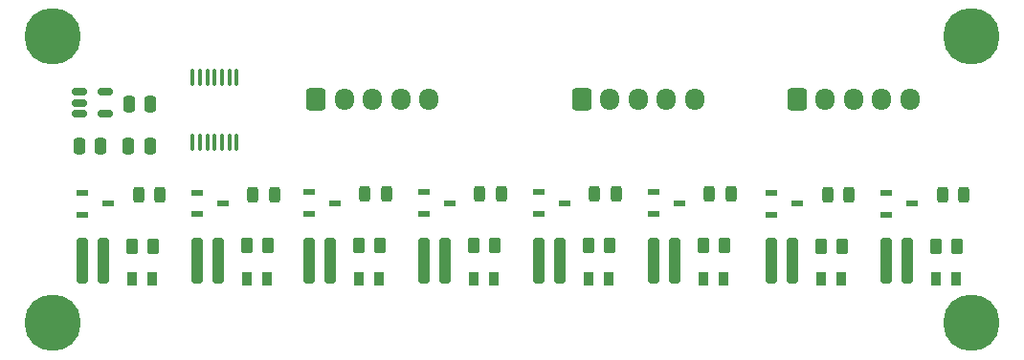
<source format=gbr>
%TF.GenerationSoftware,KiCad,Pcbnew,8.0.6*%
%TF.CreationDate,2024-10-28T20:27:18+01:00*%
%TF.ProjectId,ATtiny3,41547469-6e79-4332-9b2e-6b696361645f,rev?*%
%TF.SameCoordinates,Original*%
%TF.FileFunction,Copper,L1,Top*%
%TF.FilePolarity,Positive*%
%FSLAX46Y46*%
G04 Gerber Fmt 4.6, Leading zero omitted, Abs format (unit mm)*
G04 Created by KiCad (PCBNEW 8.0.6) date 2024-10-28 20:27:18*
%MOMM*%
%LPD*%
G01*
G04 APERTURE LIST*
G04 Aperture macros list*
%AMRoundRect*
0 Rectangle with rounded corners*
0 $1 Rounding radius*
0 $2 $3 $4 $5 $6 $7 $8 $9 X,Y pos of 4 corners*
0 Add a 4 corners polygon primitive as box body*
4,1,4,$2,$3,$4,$5,$6,$7,$8,$9,$2,$3,0*
0 Add four circle primitives for the rounded corners*
1,1,$1+$1,$2,$3*
1,1,$1+$1,$4,$5*
1,1,$1+$1,$6,$7*
1,1,$1+$1,$8,$9*
0 Add four rect primitives between the rounded corners*
20,1,$1+$1,$2,$3,$4,$5,0*
20,1,$1+$1,$4,$5,$6,$7,0*
20,1,$1+$1,$6,$7,$8,$9,0*
20,1,$1+$1,$8,$9,$2,$3,0*%
G04 Aperture macros list end*
%TA.AperFunction,SMDPad,CuDef*%
%ADD10RoundRect,0.150000X-0.512500X-0.150000X0.512500X-0.150000X0.512500X0.150000X-0.512500X0.150000X0*%
%TD*%
%TA.AperFunction,SMDPad,CuDef*%
%ADD11RoundRect,0.100000X0.100000X-0.637500X0.100000X0.637500X-0.100000X0.637500X-0.100000X-0.637500X0*%
%TD*%
%TA.AperFunction,SMDPad,CuDef*%
%ADD12RoundRect,0.250000X-0.262500X-0.450000X0.262500X-0.450000X0.262500X0.450000X-0.262500X0.450000X0*%
%TD*%
%TA.AperFunction,SMDPad,CuDef*%
%ADD13RoundRect,0.250000X-0.262500X-1.775000X0.262500X-1.775000X0.262500X1.775000X-0.262500X1.775000X0*%
%TD*%
%TA.AperFunction,SMDPad,CuDef*%
%ADD14R,1.050000X0.600000*%
%TD*%
%TA.AperFunction,SMDPad,CuDef*%
%ADD15R,0.889000X1.270000*%
%TD*%
%TA.AperFunction,ComponentPad*%
%ADD16RoundRect,0.250000X-0.600000X-0.725000X0.600000X-0.725000X0.600000X0.725000X-0.600000X0.725000X0*%
%TD*%
%TA.AperFunction,ComponentPad*%
%ADD17O,1.700000X1.950000*%
%TD*%
%TA.AperFunction,SMDPad,CuDef*%
%ADD18RoundRect,0.243750X-0.243750X-0.456250X0.243750X-0.456250X0.243750X0.456250X-0.243750X0.456250X0*%
%TD*%
%TA.AperFunction,SMDPad,CuDef*%
%ADD19RoundRect,0.250000X-0.250000X-0.475000X0.250000X-0.475000X0.250000X0.475000X-0.250000X0.475000X0*%
%TD*%
%TA.AperFunction,ViaPad*%
%ADD20C,5.000000*%
%TD*%
G04 APERTURE END LIST*
D10*
%TO.P,U2,1,VIN*%
%TO.N,+5V*%
X20177900Y-25230000D03*
%TO.P,U2,2,GND*%
%TO.N,GND*%
X20177900Y-26180000D03*
%TO.P,U2,3,EN*%
%TO.N,+5V*%
X20177900Y-27130000D03*
%TO.P,U2,4,NC*%
%TO.N,unconnected-(U2-NC-Pad4)*%
X22452900Y-27130000D03*
%TO.P,U2,5,VOUT*%
%TO.N,+3.3V*%
X22452900Y-25230000D03*
%TD*%
D11*
%TO.P,U1,1,VCC*%
%TO.N,+3.3V*%
X30160400Y-29677500D03*
%TO.P,U1,2,PA4*%
%TO.N,/Mosfet Driver 4/_IN*%
X30810400Y-29677500D03*
%TO.P,U1,3,PA5*%
%TO.N,/Mosfet Driver 5/_IN*%
X31460400Y-29677500D03*
%TO.P,U1,4,PA6*%
%TO.N,/Mosfet Driver 6/_IN*%
X32110400Y-29677500D03*
%TO.P,U1,5,PA7*%
%TO.N,/Mosfet Driver 7/_IN*%
X32760400Y-29677500D03*
%TO.P,U1,6,PB3*%
%TO.N,unconnected-(U1-PB3-Pad6)*%
X33410400Y-29677500D03*
%TO.P,U1,7,PB2*%
%TO.N,unconnected-(U1-PB2-Pad7)*%
X34060400Y-29677500D03*
%TO.P,U1,8,PB1*%
%TO.N,unconnected-(U1-PB1-Pad8)*%
X34060400Y-23952500D03*
%TO.P,U1,9,PB0*%
%TO.N,/Mosfet Driver 8/_IN*%
X33410400Y-23952500D03*
%TO.P,U1,10,~{RESET}/PA0*%
%TO.N,UPDI*%
X32760400Y-23952500D03*
%TO.P,U1,11,PA1*%
%TO.N,/Mosfet Driver 1/_IN*%
X32110400Y-23952500D03*
%TO.P,U1,12,PA2*%
%TO.N,/Mosfet Driver 2/_IN*%
X31460400Y-23952500D03*
%TO.P,U1,13,PA3*%
%TO.N,/Mosfet Driver 3/_IN*%
X30810400Y-23952500D03*
%TO.P,U1,14,GND*%
%TO.N,GND*%
X30160400Y-23952500D03*
%TD*%
D12*
%TO.P,RLED8,1,1*%
%TO.N,Net-(LED8--)*%
X95967900Y-38880000D03*
%TO.P,RLED8,2,2*%
%TO.N,GND*%
X97792900Y-38880000D03*
%TD*%
%TO.P,RLED7,1,1*%
%TO.N,Net-(LED7--)*%
X85807900Y-38880000D03*
%TO.P,RLED7,2,2*%
%TO.N,GND*%
X87632900Y-38880000D03*
%TD*%
%TO.P,RLED6,1,1*%
%TO.N,Net-(LED6--)*%
X75382500Y-38815000D03*
%TO.P,RLED6,2,2*%
%TO.N,GND*%
X77207500Y-38815000D03*
%TD*%
%TO.P,RLED5,1,1*%
%TO.N,Net-(LED5--)*%
X65222500Y-38815000D03*
%TO.P,RLED5,2,2*%
%TO.N,GND*%
X67047500Y-38815000D03*
%TD*%
%TO.P,RLED4,1,1*%
%TO.N,Net-(LED4--)*%
X55062500Y-38815000D03*
%TO.P,RLED4,2,2*%
%TO.N,GND*%
X56887500Y-38815000D03*
%TD*%
%TO.P,RLED3,1,1*%
%TO.N,Net-(LED3--)*%
X44902500Y-38815000D03*
%TO.P,RLED3,2,2*%
%TO.N,GND*%
X46727500Y-38815000D03*
%TD*%
%TO.P,RLED2,1,1*%
%TO.N,Net-(LED2--)*%
X34992900Y-38820000D03*
%TO.P,RLED2,2,2*%
%TO.N,GND*%
X36817900Y-38820000D03*
%TD*%
%TO.P,RLED1,1,1*%
%TO.N,Net-(LED1--)*%
X24847900Y-38880000D03*
%TO.P,RLED1,2,2*%
%TO.N,GND*%
X26672900Y-38880000D03*
%TD*%
D13*
%TO.P,R8,1,1*%
%TO.N,/Mosfet Driver 8/_IN*%
X91512900Y-40210000D03*
%TO.P,R8,2,2*%
%TO.N,GND*%
X93387900Y-40210000D03*
%TD*%
%TO.P,R7,1,1*%
%TO.N,/Mosfet Driver 7/_IN*%
X81352900Y-40210000D03*
%TO.P,R7,2,2*%
%TO.N,GND*%
X83227900Y-40210000D03*
%TD*%
%TO.P,R6,1,1*%
%TO.N,/Mosfet Driver 6/_IN*%
X70927500Y-40145000D03*
%TO.P,R6,2,2*%
%TO.N,GND*%
X72802500Y-40145000D03*
%TD*%
%TO.P,R5,1,1*%
%TO.N,/Mosfet Driver 5/_IN*%
X60767500Y-40145000D03*
%TO.P,R5,2,2*%
%TO.N,GND*%
X62642500Y-40145000D03*
%TD*%
%TO.P,R4,1,1*%
%TO.N,/Mosfet Driver 4/_IN*%
X50607500Y-40145000D03*
%TO.P,R4,2,2*%
%TO.N,GND*%
X52482500Y-40145000D03*
%TD*%
%TO.P,R3,1,1*%
%TO.N,/Mosfet Driver 3/_IN*%
X40447500Y-40145000D03*
%TO.P,R3,2,2*%
%TO.N,GND*%
X42322500Y-40145000D03*
%TD*%
%TO.P,R2,1,1*%
%TO.N,/Mosfet Driver 1/_IN*%
X30537900Y-40150000D03*
%TO.P,R2,2,2*%
%TO.N,GND*%
X32412900Y-40150000D03*
%TD*%
%TO.P,R1,1,1*%
%TO.N,/Mosfet Driver 2/_IN*%
X20392900Y-40210000D03*
%TO.P,R1,2,2*%
%TO.N,GND*%
X22267900Y-40210000D03*
%TD*%
D14*
%TO.P,Q8,1,G*%
%TO.N,/Mosfet Driver 8/_IN*%
X91550800Y-34185000D03*
%TO.P,Q8,2,S*%
%TO.N,GND*%
X91550800Y-36085000D03*
%TO.P,Q8,3,D*%
%TO.N,/Mosfet Driver 8/_OUT*%
X93850800Y-35135000D03*
%TD*%
%TO.P,Q7,1,G*%
%TO.N,/Mosfet Driver 7/_IN*%
X81390800Y-34185000D03*
%TO.P,Q7,2,S*%
%TO.N,GND*%
X81390800Y-36085000D03*
%TO.P,Q7,3,D*%
%TO.N,/Mosfet Driver 7/_OUT*%
X83690800Y-35135000D03*
%TD*%
%TO.P,Q6,1,G*%
%TO.N,/Mosfet Driver 6/_IN*%
X70965400Y-34120000D03*
%TO.P,Q6,2,S*%
%TO.N,GND*%
X70965400Y-36020000D03*
%TO.P,Q6,3,D*%
%TO.N,/Mosfet Driver 6/_OUT*%
X73265400Y-35070000D03*
%TD*%
%TO.P,Q5,1,G*%
%TO.N,/Mosfet Driver 5/_IN*%
X60805400Y-34120000D03*
%TO.P,Q5,2,S*%
%TO.N,GND*%
X60805400Y-36020000D03*
%TO.P,Q5,3,D*%
%TO.N,/Mosfet Driver 5/_OUT*%
X63105400Y-35070000D03*
%TD*%
%TO.P,Q4,1,G*%
%TO.N,/Mosfet Driver 4/_IN*%
X50645400Y-34120000D03*
%TO.P,Q4,2,S*%
%TO.N,GND*%
X50645400Y-36020000D03*
%TO.P,Q4,3,D*%
%TO.N,/Mosfet Driver 4/_OUT*%
X52945400Y-35070000D03*
%TD*%
%TO.P,Q3,1,G*%
%TO.N,/Mosfet Driver 3/_IN*%
X40485400Y-34120000D03*
%TO.P,Q3,2,S*%
%TO.N,GND*%
X40485400Y-36020000D03*
%TO.P,Q3,3,D*%
%TO.N,/Mosfet Driver 3/_OUT*%
X42785400Y-35070000D03*
%TD*%
%TO.P,Q2,1,G*%
%TO.N,/Mosfet Driver 1/_IN*%
X30575800Y-34125000D03*
%TO.P,Q2,2,S*%
%TO.N,GND*%
X30575800Y-36025000D03*
%TO.P,Q2,3,D*%
%TO.N,/Mosfet Driver 1/_OUT*%
X32875800Y-35075000D03*
%TD*%
%TO.P,Q1,1,G*%
%TO.N,/Mosfet Driver 2/_IN*%
X20430800Y-34185000D03*
%TO.P,Q1,2,S*%
%TO.N,GND*%
X20430800Y-36085000D03*
%TO.P,Q1,3,D*%
%TO.N,/Mosfet Driver 2/_OUT*%
X22730800Y-35135000D03*
%TD*%
D15*
%TO.P,LED8,1,+*%
%TO.N,/Mosfet Driver 8/_IN*%
X95937400Y-41807500D03*
%TO.P,LED8,2,-*%
%TO.N,Net-(LED8--)*%
X97715400Y-41807500D03*
%TD*%
%TO.P,LED7,1,+*%
%TO.N,/Mosfet Driver 7/_IN*%
X85777400Y-41807500D03*
%TO.P,LED7,2,-*%
%TO.N,Net-(LED7--)*%
X87555400Y-41807500D03*
%TD*%
%TO.P,LED6,1,+*%
%TO.N,/Mosfet Driver 6/_IN*%
X75352000Y-41742500D03*
%TO.P,LED6,2,-*%
%TO.N,Net-(LED6--)*%
X77130000Y-41742500D03*
%TD*%
%TO.P,LED5,1,+*%
%TO.N,/Mosfet Driver 5/_IN*%
X65192000Y-41742500D03*
%TO.P,LED5,2,-*%
%TO.N,Net-(LED5--)*%
X66970000Y-41742500D03*
%TD*%
%TO.P,LED4,1,+*%
%TO.N,/Mosfet Driver 4/_IN*%
X55032000Y-41742500D03*
%TO.P,LED4,2,-*%
%TO.N,Net-(LED4--)*%
X56810000Y-41742500D03*
%TD*%
%TO.P,LED3,1,+*%
%TO.N,/Mosfet Driver 3/_IN*%
X44872000Y-41742500D03*
%TO.P,LED3,2,-*%
%TO.N,Net-(LED3--)*%
X46650000Y-41742500D03*
%TD*%
%TO.P,LED2,1,+*%
%TO.N,/Mosfet Driver 1/_IN*%
X34962400Y-41747500D03*
%TO.P,LED2,2,-*%
%TO.N,Net-(LED2--)*%
X36740400Y-41747500D03*
%TD*%
%TO.P,LED1,1,+*%
%TO.N,/Mosfet Driver 2/_IN*%
X24817400Y-41807500D03*
%TO.P,LED1,2,-*%
%TO.N,Net-(LED1--)*%
X26595400Y-41807500D03*
%TD*%
D16*
%TO.P,J3,1,Pin_1*%
%TO.N,+5V*%
X41080400Y-25880000D03*
D17*
%TO.P,J3,2,Pin_2*%
%TO.N,GND*%
X43580400Y-25880000D03*
%TO.P,J3,3,Pin_3*%
X46080400Y-25880000D03*
%TO.P,J3,4,Pin_4*%
%TO.N,UPDI*%
X48580400Y-25880000D03*
%TO.P,J3,5,Pin_5*%
%TO.N,GND*%
X51080400Y-25880000D03*
%TD*%
D16*
%TO.P,J2,1,Pin_1*%
%TO.N,+5V*%
X83625400Y-25880000D03*
D17*
%TO.P,J2,2,Pin_2*%
%TO.N,/Mosfet Driver 8/_OUT*%
X86125400Y-25880000D03*
%TO.P,J2,3,Pin_3*%
%TO.N,/Mosfet Driver 7/_OUT*%
X88625400Y-25880000D03*
%TO.P,J2,4,Pin_4*%
%TO.N,/Mosfet Driver 6/_OUT*%
X91125400Y-25880000D03*
%TO.P,J2,5,Pin_5*%
%TO.N,/Mosfet Driver 5/_OUT*%
X93625400Y-25880000D03*
%TD*%
D16*
%TO.P,J1,1,Pin_1*%
%TO.N,+5V*%
X64575400Y-25880000D03*
D17*
%TO.P,J1,2,Pin_2*%
%TO.N,/Mosfet Driver 4/_OUT*%
X67075400Y-25880000D03*
%TO.P,J1,3,Pin_3*%
%TO.N,/Mosfet Driver 3/_OUT*%
X69575400Y-25880000D03*
%TO.P,J1,4,Pin_4*%
%TO.N,/Mosfet Driver 2/_OUT*%
X72075400Y-25880000D03*
%TO.P,J1,5,Pin_5*%
%TO.N,/Mosfet Driver 1/_OUT*%
X74575400Y-25880000D03*
%TD*%
D18*
%TO.P,D8,1,+*%
%TO.N,GND*%
X96482900Y-34355000D03*
%TO.P,D8,2,-*%
%TO.N,/Mosfet Driver 8/_OUT*%
X98357900Y-34355000D03*
%TD*%
%TO.P,D7,1,+*%
%TO.N,GND*%
X86322900Y-34355000D03*
%TO.P,D7,2,-*%
%TO.N,/Mosfet Driver 7/_OUT*%
X88197900Y-34355000D03*
%TD*%
%TO.P,D6,1,+*%
%TO.N,GND*%
X75897500Y-34290000D03*
%TO.P,D6,2,-*%
%TO.N,/Mosfet Driver 6/_OUT*%
X77772500Y-34290000D03*
%TD*%
%TO.P,D5,1,+*%
%TO.N,GND*%
X65737500Y-34290000D03*
%TO.P,D5,2,-*%
%TO.N,/Mosfet Driver 5/_OUT*%
X67612500Y-34290000D03*
%TD*%
%TO.P,D4,1,+*%
%TO.N,GND*%
X55577500Y-34290000D03*
%TO.P,D4,2,-*%
%TO.N,/Mosfet Driver 4/_OUT*%
X57452500Y-34290000D03*
%TD*%
%TO.P,D3,1,+*%
%TO.N,GND*%
X45417500Y-34290000D03*
%TO.P,D3,2,-*%
%TO.N,/Mosfet Driver 3/_OUT*%
X47292500Y-34290000D03*
%TD*%
%TO.P,D2,1,+*%
%TO.N,GND*%
X35507900Y-34295000D03*
%TO.P,D2,2,-*%
%TO.N,/Mosfet Driver 1/_OUT*%
X37382900Y-34295000D03*
%TD*%
%TO.P,D1,1,+*%
%TO.N,GND*%
X25362900Y-34355000D03*
%TO.P,D1,2,-*%
%TO.N,/Mosfet Driver 2/_OUT*%
X27237900Y-34355000D03*
%TD*%
D19*
%TO.P,C3,1,1*%
%TO.N,+5V*%
X20111400Y-29990000D03*
%TO.P,C3,2,2*%
%TO.N,GND*%
X22011400Y-29990000D03*
%TD*%
%TO.P,C2,1,1*%
%TO.N,+3.3V*%
X24480200Y-29990000D03*
%TO.P,C2,2,2*%
%TO.N,GND*%
X26380200Y-29990000D03*
%TD*%
%TO.P,C1,1,1*%
%TO.N,+3.3V*%
X24531000Y-26256200D03*
%TO.P,C1,2,2*%
%TO.N,GND*%
X26431000Y-26256200D03*
%TD*%
D20*
%TO.N,*%
X99060000Y-45720000D03*
X99060000Y-20320000D03*
X17780000Y-45720000D03*
X17780000Y-20320000D03*
%TD*%
M02*

</source>
